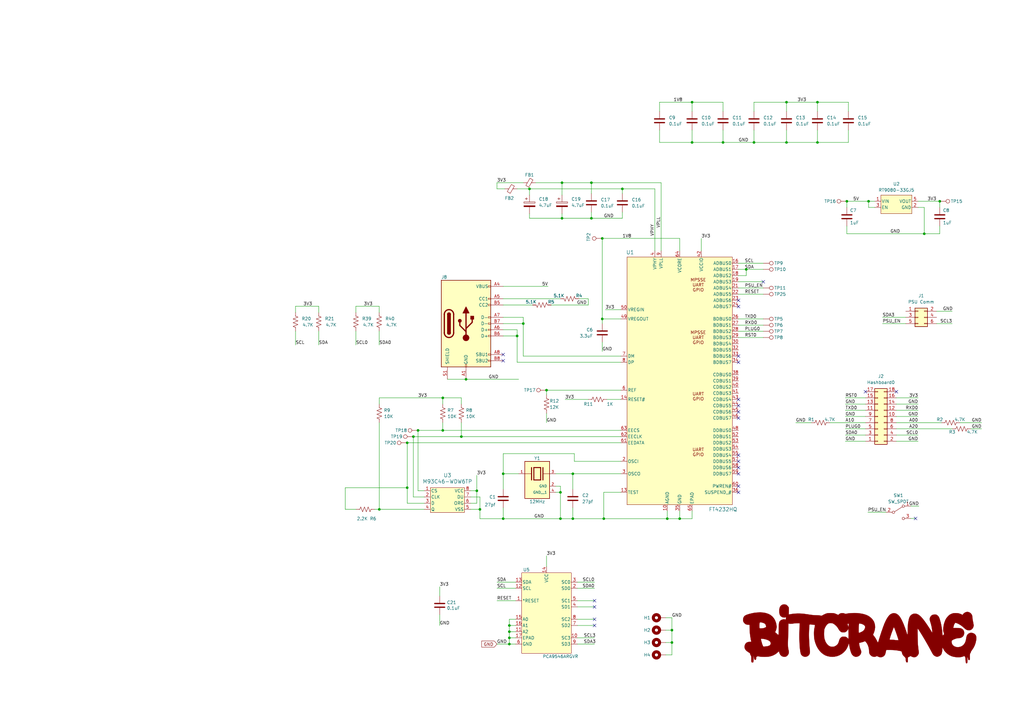
<source format=kicad_sch>
(kicad_sch (version 20230121) (generator eeschema)
  (paper "A3")
  (title_block (title "bitcrane") (date "2023-12-07") (rev "2"))
  (lib_symbols
    (symbol "Connector:TestPoint" (pin_numbers hide) (pin_names (offset 0.762) hide)
      (property "Reference" "TP" (at 0 6.858 0))
      (property "Value" "TestPoint" (at 0 5.08 0))
      (symbol "TestPoint_1_1"
        (pin passive line (at 0 0 90) (length 2.54) (name "1") (number "1"))
      )
    )
    (symbol "Connector:USB_C_Receptacle_USB2.0" (pin_names (offset 1.016))
      (property "Reference" "J" (at -10.16 19.05 0))
      (property "Value" "USB_C_Receptacle_USB2.0" (at 19.05 19.05 0))
      (symbol "USB_C_Receptacle_USB2.0_1_1"
        (pin passive line (at 0 -22.86 90) (length 5.08) (name "GND") (number "A1"))
        (pin passive line (at 0 -22.86 90) (length 5.08) hide (name "GND") (number "A12"))
        (pin passive line (at 15.24 15.24 180) (length 5.08) (name "VBUS") (number "A4"))
        (pin bidirectional line (at 15.24 10.16 180) (length 5.08) (name "CC1") (number "A5"))
        (pin bidirectional line (at 15.24 -2.54 180) (length 5.08) (name "D+") (number "A6"))
        (pin bidirectional line (at 15.24 2.54 180) (length 5.08) (name "D-") (number "A7"))
        (pin bidirectional line (at 15.24 -12.7 180) (length 5.08) (name "SBU1") (number "A8"))
        (pin passive line (at 15.24 15.24 180) (length 5.08) hide (name "VBUS") (number "A9"))
        (pin passive line (at 0 -22.86 90) (length 5.08) hide (name "GND") (number "B1"))
        (pin passive line (at 0 -22.86 90) (length 5.08) hide (name "GND") (number "B12"))
        (pin passive line (at 15.24 15.24 180) (length 5.08) hide (name "VBUS") (number "B4"))
        (pin bidirectional line (at 15.24 7.62 180) (length 5.08) (name "CC2") (number "B5"))
        (pin bidirectional line (at 15.24 -5.08 180) (length 5.08) (name "D+") (number "B6"))
        (pin bidirectional line (at 15.24 0 180) (length 5.08) (name "D-") (number "B7"))
        (pin bidirectional line (at 15.24 -15.24 180) (length 5.08) (name "SBU2") (number "B8"))
        (pin passive line (at 15.24 15.24 180) (length 5.08) hide (name "VBUS") (number "B9"))
        (pin passive line (at -7.62 -22.86 90) (length 5.08) (name "SHIELD") (number "S1"))
      )
    )
    (symbol "Connector_Generic:Conn_02x03_Odd_Even" (pin_names (offset 1.016) hide)
      (property "Reference" "J" (at 1.27 5.08 0))
      (property "Value" "Conn_02x03_Odd_Even" (at 1.27 -5.08 0))
      (symbol "Conn_02x03_Odd_Even_1_1"
        (pin passive line (at -5.08 2.54 0) (length 3.81) (name "Pin_1") (number "1"))
        (pin passive line (at 7.62 2.54 180) (length 3.81) (name "Pin_2") (number "2"))
        (pin passive line (at -5.08 0 0) (length 3.81) (name "Pin_3") (number "3"))
        (pin passive line (at 7.62 0 180) (length 3.81) (name "Pin_4") (number "4"))
        (pin passive line (at -5.08 -2.54 0) (length 3.81) (name "Pin_5") (number "5"))
        (pin passive line (at 7.62 -2.54 180) (length 3.81) (name "Pin_6") (number "6"))
      )
    )
    (symbol "Connector_Generic:Conn_02x09_Odd_Even" (pin_names (offset 1.016) hide)
      (property "Reference" "J" (at 1.27 12.7 0))
      (property "Value" "Conn_02x09_Odd_Even" (at 1.27 -12.7 0))
      (symbol "Conn_02x09_Odd_Even_1_1"
        (pin passive line (at -5.08 10.16 0) (length 3.81) (name "Pin_1") (number "1"))
        (pin passive line (at 7.62 0 180) (length 3.81) (name "Pin_10") (number "10"))
        (pin passive line (at -5.08 -2.54 0) (length 3.81) (name "Pin_11") (number "11"))
        (pin passive line (at 7.62 -2.54 180) (length 3.81) (name "Pin_12") (number "12"))
        (pin passive line (at -5.08 -5.08 0) (length 3.81) (name "Pin_13") (number "13"))
        (pin passive line (at 7.62 -5.08 180) (length 3.81) (name "Pin_14") (number "14"))
        (pin passive line (at -5.08 -7.62 0) (length 3.81) (name "Pin_15") (number "15"))
        (pin passive line (at 7.62 -7.62 180) (length 3.81) (name "Pin_16") (number "16"))
        (pin passive line (at -5.08 -10.16 0) (length 3.81) (name "Pin_17") (number "17"))
        (pin passive line (at 7.62 -10.16 180) (length 3.81) (name "Pin_18") (number "18"))
        (pin passive line (at 7.62 10.16 180) (length 3.81) (name "Pin_2") (number "2"))
        (pin passive line (at -5.08 7.62 0) (length 3.81) (name "Pin_3") (number "3"))
        (pin passive line (at 7.62 7.62 180) (length 3.81) (name "Pin_4") (number "4"))
        (pin passive line (at -5.08 5.08 0) (length 3.81) (name "Pin_5") (number "5"))
        (pin passive line (at 7.62 5.08 180) (length 3.81) (name "Pin_6") (number "6"))
        (pin passive line (at -5.08 2.54 0) (length 3.81) (name "Pin_7") (number "7"))
        (pin passive line (at 7.62 2.54 180) (length 3.81) (name "Pin_8") (number "8"))
        (pin passive line (at -5.08 0 0) (length 3.81) (name "Pin_9") (number "9"))
      )
    )
    (symbol "Device:C" (pin_numbers hide) (pin_names (offset 0.254))
      (property "Reference" "C" (at 0.635 2.54 0))
      (property "Value" "C" (at 0.635 -2.54 0))
      (symbol "C_1_1"
        (pin passive line (at 0 3.81 270) (length 2.794) (name "~") (number "1"))
        (pin passive line (at 0 -3.81 90) (length 2.794) (name "~") (number "2"))
      )
    )
    (symbol "Device:C_Polarized" (pin_numbers hide) (pin_names (offset 0.254))
      (property "Reference" "C" (at 0.635 2.54 0))
      (property "Value" "C_Polarized" (at 0.635 -2.54 0))
      (symbol "C_Polarized_1_1"
        (pin passive line (at 0 3.81 270) (length 2.794) (name "~") (number "1"))
        (pin passive line (at 0 -3.81 90) (length 2.794) (name "~") (number "2"))
      )
    )
    (symbol "Device:FerriteBead_Small" (pin_numbers hide) (pin_names (offset 0))
      (property "Reference" "FB" (at 1.905 1.27 0))
      (property "Value" "FerriteBead_Small" (at 1.905 -1.27 0))
      (symbol "FerriteBead_Small_1_1"
        (pin passive line (at 0 2.54 270) (length 1.27) (name "~") (number "1"))
        (pin passive line (at 0 -2.54 90) (length 1.27) (name "~") (number "2"))
      )
    )
    (symbol "Device:R_US" (pin_numbers hide) (pin_names (offset 0))
      (property "Reference" "R" (at 2.54 0 90))
      (property "Value" "R_US" (at -2.54 0 90))
      (symbol "R_US_1_1"
        (pin passive line (at 0 3.81 270) (length 1.27) (name "~") (number "1"))
        (pin passive line (at 0 -3.81 90) (length 1.27) (name "~") (number "2"))
      )
    )
    (symbol "Mechanical:MountingHole_Pad" (pin_numbers hide) (pin_names (offset 1.016) hide)
      (property "Reference" "H" (at 0 6.35 0))
      (property "Value" "MountingHole_Pad" (at 0 4.445 0))
      (symbol "MountingHole_Pad_1_1"
        (pin input line (at 0 -2.54 90) (length 2.54) (name "1") (number "1"))
      )
    )
    (symbol "Switch:SW_SPDT" (pin_names (offset 0) hide)
      (property "Reference" "SW" (at 0 4.318 0))
      (property "Value" "SW_SPDT" (at 0 -5.08 0))
      (symbol "SW_SPDT_1_1"
        (pin passive line (at 5.08 2.54 180) (length 2.54) (name "A") (number "1"))
        (pin passive line (at -5.08 0 0) (length 2.54) (name "B") (number "2"))
        (pin passive line (at 5.08 -2.54 180) (length 2.54) (name "C") (number "3"))
      )
    )
    (symbol "bitaxe:RT9080-33GJ5" (pin_names (offset 0.254))
      (property "Reference" "U" (at -6.35 5.08 0))
      (property "Value" "RT9080-33GJ5" (at 0 -5.08 0))
      (symbol "RT9080-33GJ5_1_1"
        (pin power_in line (at -8.89 1.27 0) (length 2.54) (name "VIN") (number "1"))
        (pin power_in line (at 8.89 -1.27 180) (length 2.54) (name "GND") (number "2"))
        (pin input line (at -8.89 -1.27 0) (length 2.54) (name "EN") (number "3"))
        (pin no_connect line (at 0 6.35 270) (length 2.54) hide (name "NC") (number "4"))
        (pin output line (at 8.89 1.27 180) (length 2.54) (name "VOUT") (number "5"))
      )
    )
    (symbol "bitcart:PCA9546ARGVR" (pin_names (offset 0.254))
      (property "Reference" "U" (at -11.43 19.05 0))
      (property "Value" "PCA9546ARGVR" (at 8.89 -17.78 0))
      (symbol "PCA9546ARGVR_0_1"
        (pin input line (at -15.24 6.35 0) (length 2.54) (name "*RESET") (number "1"))
        (pin unspecified line (at 10.16 -8.89 180) (length 2.54) (name "SC3") (number "10"))
        (pin input line (at -15.24 -6.35 0) (length 2.54) (name "A2") (number "11"))
        (pin unspecified line (at -15.24 11.43 0) (length 2.54) (name "SCL") (number "12"))
        (pin unspecified line (at -15.24 13.97 0) (length 2.54) (name "SDA") (number "13"))
        (pin power_in line (at -2.54 20.32 270) (length 2.54) (name "VCC") (number "14"))
        (pin input line (at -15.24 -1.27 0) (length 2.54) (name "A0") (number "15"))
        (pin input line (at -15.24 -3.81 0) (length 2.54) (name "A1") (number "16"))
        (pin unspecified line (at -15.24 -8.89 0) (length 2.54) (name "EPAD") (number "17"))
        (pin unspecified line (at 10.16 11.43 180) (length 2.54) (name "SD0") (number "2"))
        (pin unspecified line (at 10.16 13.97 180) (length 2.54) (name "SC0") (number "3"))
        (pin unspecified line (at 10.16 3.81 180) (length 2.54) (name "SD1") (number "4"))
        (pin unspecified line (at 10.16 6.35 180) (length 2.54) (name "SC1") (number "5"))
        (pin power_in line (at -15.24 -11.43 0) (length 2.54) (name "GND") (number "6"))
        (pin unspecified line (at 10.16 -3.81 180) (length 2.54) (name "SD2") (number "7"))
        (pin unspecified line (at 10.16 -1.27 180) (length 2.54) (name "SC2") (number "8"))
        (pin unspecified line (at 10.16 -11.43 180) (length 2.54) (name "SD3") (number "9"))
      )
    )
    (symbol "bitcrane:405C35B12M00000" (pin_names (offset 1.016))
      (property "Reference" "Y" (at -5.08 6.35 0))
      (property "Value" "405C35B12M00000" (at -5.1054 -12.7 0))
      (symbol "405C35B12M00000_0_0"
        (pin passive line (at -7.62 0 0) (length 2.54) (name "~") (number "1"))
        (pin power_in line (at 7.62 -5.08 180) (length 2.54) (name "GND") (number "2"))
        (pin passive line (at 7.62 0 180) (length 2.54) (name "~") (number "3"))
        (pin power_in line (at 7.62 -7.62 180) (length 2.54) (name "GND__1") (number "4"))
      )
    )
    (symbol "bitcrane:FT4232HQ-REEL" (pin_names (offset 0.254))
      (property "Reference" "U" (at 20.32 53.34 0))
      (property "Value" "FT4232HQ-REEL" (at 20.32 50.8 0))
      (symbol "FT4232HQ-REEL_0_1"
        (pin power_out line (at -5.08 -54.61 90) (length 2.54) (name "AGND") (number "10"))
        (pin input line (at -24.13 -46.99 0) (length 2.54) (name "TEST") (number "13"))
        (pin input line (at -24.13 -8.89 0) (length 2.54) (name "RESET#") (number "14"))
        (pin bidirectional line (at 24.13 46.99 180) (length 2.54) (name "ADBUS0") (number "16"))
        (pin bidirectional line (at 24.13 44.45 180) (length 2.54) (name "ADBUS1") (number "17"))
        (pin bidirectional line (at 24.13 41.91 180) (length 2.54) (name "ADBUS2") (number "18"))
        (pin bidirectional line (at 24.13 39.37 180) (length 2.54) (name "ADBUS3") (number "19"))
        (pin input line (at -24.13 -34.29 0) (length 2.54) (name "OSCI") (number "2"))
        (pin bidirectional line (at 24.13 36.83 180) (length 2.54) (name "ADBUS4") (number "21"))
        (pin bidirectional line (at 24.13 34.29 180) (length 2.54) (name "ADBUS5") (number "22"))
        (pin bidirectional line (at 24.13 31.75 180) (length 2.54) (name "ADBUS6") (number "23"))
        (pin bidirectional line (at 24.13 29.21 180) (length 2.54) (name "ADBUS7") (number "24"))
        (pin bidirectional line (at 24.13 24.13 180) (length 2.54) (name "BDBUS0") (number "26"))
        (pin bidirectional line (at 24.13 21.59 180) (length 2.54) (name "BDBUS1") (number "27"))
        (pin bidirectional line (at 24.13 19.05 180) (length 2.54) (name "BDBUS2") (number "28"))
        (pin bidirectional line (at 24.13 16.51 180) (length 2.54) (name "BDBUS3") (number "29"))
        (pin output line (at -24.13 -39.37 0) (length 2.54) (name "OSCO") (number "3"))
        (pin bidirectional line (at 24.13 13.97 180) (length 2.54) (name "BDBUS4") (number "30"))
        (pin bidirectional line (at 24.13 11.43 180) (length 2.54) (name "BDBUS5") (number "32"))
        (pin bidirectional line (at 24.13 8.89 180) (length 2.54) (name "BDBUS6") (number "33"))
        (pin bidirectional line (at 24.13 6.35 180) (length 2.54) (name "BDBUS7") (number "34"))
        (pin power_out line (at 0 -54.61 90) (length 2.54) (name "GND") (number "35"))
        (pin unspecified line (at 24.13 -46.99 180) (length 2.54) (name "SUSPEND_#") (number "36"))
        (pin bidirectional line (at 24.13 1.27 180) (length 2.54) (name "CDBUS0") (number "38"))
        (pin bidirectional line (at 24.13 -1.27 180) (length 2.54) (name "CDBUS1") (number "39"))
        (pin power_in line (at -10.16 52.07 270) (length 2.54) (name "VPHY") (number "4"))
        (pin bidirectional line (at 24.13 -3.81 180) (length 2.54) (name "CDBUS2") (number "40"))
        (pin bidirectional line (at 24.13 -6.35 180) (length 2.54) (name "CDBUS3") (number "41"))
        (pin power_in line (at 8.89 52.07 270) (length 2.54) (name "VCCIO") (number "42"))
        (pin bidirectional line (at 24.13 -8.89 180) (length 2.54) (name "CDBUS4") (number "43"))
        (pin bidirectional line (at 24.13 -11.43 180) (length 2.54) (name "CDBUS5") (number "44"))
        (pin bidirectional line (at 24.13 -13.97 180) (length 2.54) (name "CDBUS6") (number "45"))
        (pin bidirectional line (at 24.13 -16.51 180) (length 2.54) (name "CDBUS7") (number "46"))
        (pin bidirectional line (at 24.13 -21.59 180) (length 2.54) (name "DDBUS0") (number "48"))
        (pin output line (at -24.13 24.13 0) (length 2.54) (name "VREGOUT") (number "49"))
        (pin power_in line (at -24.13 27.94 0) (length 2.54) (name "VREGIN") (number "50"))
        (pin bidirectional line (at 24.13 -24.13 180) (length 2.54) (name "DDBUS1") (number "52"))
        (pin bidirectional line (at 24.13 -26.67 180) (length 2.54) (name "DDBUS2") (number "53"))
        (pin bidirectional line (at 24.13 -29.21 180) (length 2.54) (name "DDBUS3") (number "54"))
        (pin bidirectional line (at 24.13 -31.75 180) (length 2.54) (name "DDBUS4") (number "55"))
        (pin bidirectional line (at 24.13 -34.29 180) (length 2.54) (name "DDBUS5") (number "57"))
        (pin bidirectional line (at 24.13 -36.83 180) (length 2.54) (name "DDBUS6") (number "58"))
        (pin bidirectional line (at 24.13 -39.37 180) (length 2.54) (name "DDBUS7") (number "59"))
        (pin input line (at -24.13 -5.08 0) (length 2.54) (name "REF") (number "6"))
        (pin output line (at 24.13 -44.45 180) (length 2.54) (name "PWREN#") (number "60"))
        (pin bidirectional line (at -24.13 -26.67 0) (length 2.54) (name "EEDATA") (number "61"))
        (pin output line (at -24.13 -24.13 0) (length 2.54) (name "EECLK") (number "62"))
        (pin bidirectional line (at -24.13 -21.59 0) (length 2.54) (name "EECS") (number "63"))
        (pin power_in line (at 0 52.07 270) (length 2.54) (name "VCORE") (number "64"))
        (pin power_out line (at 5.08 -54.61 90) (length 2.54) (name "EPAD") (number "65"))
        (pin bidirectional line (at -24.13 8.89 0) (length 2.54) (name "DM") (number "7"))
        (pin bidirectional line (at -24.13 6.35 0) (length 2.54) (name "DP") (number "8"))
        (pin power_in line (at -7.62 52.07 270) (length 2.54) (name "VPLL") (number "9"))
      )
      (symbol "FT4232HQ-REEL_1_1"
        (text "MPSSE\nUART\nGPIO" (at 7.62 16.51 0) (effects (font (size 1.27 1.27))))
        (text "MPSSE\nUART\nGPIO" (at 7.62 38.1 0) (effects (font (size 1.27 1.27))))
        (text "UART\nGPIO" (at 7.62 -30.48 0) (effects (font (size 1.27 1.27))))
        (text "UART\nGPIO" (at 7.62 -7.62 0) (effects (font (size 1.27 1.27))))
        (pin power_out line (at 0 -54.61 90) (length 2.54) hide (name "GND") (number "1"))
        (pin power_out line (at 0 -54.61 90) (length 2.54) hide (name "GND") (number "11"))
        (pin power_in line (at 0 52.07 270) (length 2.54) hide (name "VCORE") (number "12"))
        (pin power_out line (at 0 -54.61 90) (length 2.54) hide (name "GND") (number "15"))
        (pin power_in line (at 8.89 52.07 270) (length 2.54) hide (name "VCCIO") (number "20"))
        (pin power_out line (at 0 -54.61 90) (length 2.54) hide (name "GND") (number "25"))
        (pin power_in line (at 8.89 52.07 270) (length 2.54) hide (name "VCCIO") (number "31"))
        (pin power_in line (at 0 52.07 270) (length 2.54) hide (name "VCORE") (number "37"))
        (pin power_out line (at 0 -54.61 90) (length 2.54) hide (name "GND") (number "47"))
        (pin power_out line (at 0 -54.61 90) (length 2.54) hide (name "GND") (number "5"))
        (pin power_out line (at 0 -54.61 90) (length 2.54) hide (name "GND") (number "51"))
        (pin power_in line (at 8.89 52.07 270) (length 2.54) hide (name "VCCIO") (number "56"))
      )
    )
    (symbol "bitcrane:LOGO" (pin_names (offset 1.016)))
    (symbol "bitcrane:M93C46-WDW6TP" (pin_names (offset 0.254))
      (property "Reference" "CR" (at 20.32 10.16 0))
      (property "Value" "M93C46-WDW6TP" (at 20.32 7.62 0))
      (symbol "M93C46-WDW6TP_1_1"
        (pin input line (at 5.08 0 0) (length 2.54) (name "CS") (number "1"))
        (pin input line (at 5.08 -2.54 0) (length 2.54) (name "CLK") (number "2"))
        (pin input line (at 5.08 -5.08 0) (length 2.54) (name "D") (number "3"))
        (pin output line (at 5.08 -7.62 0) (length 2.54) (name "Q") (number "4"))
        (pin power_in line (at 24.13 -7.62 180) (length 2.54) (name "VSS") (number "5"))
        (pin input line (at 24.13 -5.08 180) (length 2.54) (name "ORG") (number "6"))
        (pin unspecified line (at 24.13 -2.54 180) (length 2.54) (name "DU") (number "7"))
        (pin power_in line (at 24.13 0 180) (length 2.54) (name "VCC") (number "8"))
      )
    )
  )
  (junction (at 385.445 82.55))
  (junction (at 169.545 179.07))
  (junction (at 273.685 212.725))
  (junction (at 379.095 95.885))
  (junction (at 278.765 212.725))
  (junction (at 283.845 58.42))
  (junction (at 208.915 261.62))
  (junction (at 224.155 160.02))
  (junction (at 206.375 194.31))
  (junction (at 230.505 89.535))
  (junction (at 242.57 89.535))
  (junction (at 208.915 259.08))
  (junction (at 322.58 41.91))
  (junction (at 155.575 208.915))
  (junction (at 247.65 212.725))
  (junction (at 230.505 74.93))
  (junction (at 217.17 77.47))
  (junction (at 234.95 212.725))
  (junction (at 229.87 201.93))
  (junction (at 335.28 41.91))
  (junction (at 214.63 132.715))
  (junction (at 167.005 200.025))
  (junction (at 309.245 58.42))
  (junction (at 335.28 58.42))
  (junction (at 234.95 194.31))
  (junction (at 247.015 97.79))
  (junction (at 306.07 110.49))
  (junction (at 208.915 264.16))
  (junction (at 191.135 155.575))
  (junction (at 296.545 58.42))
  (junction (at 195.58 201.295))
  (junction (at 167.005 181.61))
  (junction (at 242.57 74.93))
  (junction (at 181.61 176.53))
  (junction (at 283.845 41.91))
  (junction (at 229.87 212.725))
  (junction (at 275.59 258.445))
  (junction (at 189.23 179.07))
  (junction (at 322.58 58.42))
  (junction (at 347.345 82.55))
  (junction (at 206.375 212.725))
  (junction (at 181.61 163.195))
  (junction (at 255.27 77.47))
  (junction (at 275.59 263.525))
  (junction (at 356.235 82.55))
  (junction (at 208.915 256.54))
  (junction (at 247.015 130.81))
  (junction (at 212.09 137.795))
  (junction (at 171.45 176.53))
  (junction (at 196.85 208.915))
  (no_connect (at 302.895 186.69))
  (no_connect (at 243.84 248.92))
  (no_connect (at 367.665 160.655))
  (no_connect (at 302.895 189.23))
  (no_connect (at 206.375 145.415))
  (no_connect (at 354.965 160.655))
  (no_connect (at 302.895 163.83))
  (no_connect (at 302.895 146.05))
  (no_connect (at 302.895 123.19))
  (no_connect (at 206.375 147.955))
  (no_connect (at 302.895 199.39))
  (no_connect (at 302.895 148.59))
  (no_connect (at 302.895 171.45))
  (no_connect (at 302.895 168.91))
  (no_connect (at 302.895 194.31))
  (no_connect (at 243.84 254))
  (no_connect (at 243.84 256.54))
  (no_connect (at 302.895 201.93))
  (no_connect (at 375.5136 212.6488))
  (no_connect (at 302.895 191.77))
  (no_connect (at 243.84 246.38))
  (no_connect (at 313.055 115.57))
  (no_connect (at 302.895 166.37))
  (no_connect (at 302.895 125.73))
  (wire (pts (xy 306.07 113.03) (xy 306.07 110.49)))
  (wire (pts (xy 385.445 82.55) (xy 385.445 85.09)))
  (wire (pts (xy 254.635 130.81) (xy 247.015 130.81)))
  (wire (pts (xy 255.27 77.47) (xy 255.27 79.375)))
  (wire (pts (xy 181.61 173.355) (xy 181.61 176.53)))
  (wire (pts (xy 242.57 74.93) (xy 242.57 79.375)))
  (wire (pts (xy 181.61 163.195) (xy 181.61 165.735)))
  (wire (pts (xy 155.575 163.195) (xy 155.575 165.735)))
  (wire (pts (xy 195.58 194.945) (xy 195.58 201.295)))
  (wire (pts (xy 203.835 77.47) (xy 207.01 77.47)))
  (wire (pts (xy 347.345 82.55) (xy 347.345 85.09)))
  (wire (pts (xy 247.65 212.725) (xy 234.95 212.725)))
  (wire (pts (xy 247.015 97.79) (xy 247.015 130.81)))
  (wire (pts (xy 361.95 130.175) (xy 371.475 130.175)))
  (wire (pts (xy 212.09 137.795) (xy 212.09 135.255)))
  (wire (pts (xy 206.375 117.475) (xy 224.79 117.475)))
  (wire (pts (xy 226.06 125.095) (xy 241.3 125.095)))
  (wire (pts (xy 189.23 173.355) (xy 189.23 179.07)))
  (wire (pts (xy 275.59 268.605) (xy 275.59 263.525)))
  (wire (pts (xy 196.85 208.915) (xy 196.85 212.725)))
  (wire (pts (xy 212.09 77.47) (xy 217.17 77.47)))
  (wire (pts (xy 309.245 41.91) (xy 322.58 41.91)))
  (wire (pts (xy 255.27 86.995) (xy 255.27 89.535)))
  (wire (pts (xy 212.09 137.795) (xy 206.375 137.795)))
  (wire (pts (xy 367.665 173.355) (xy 386.08 173.355)))
  (wire (pts (xy 347.345 82.55) (xy 356.235 82.55)))
  (wire (pts (xy 393.7 173.355) (xy 402.59 173.355)))
  (wire (pts (xy 367.665 170.815) (xy 376.555 170.815)))
  (wire (pts (xy 217.17 87.63) (xy 217.17 89.535)))
  (wire (pts (xy 385.445 95.885) (xy 379.095 95.885)))
  (wire (pts (xy 302.895 138.43) (xy 313.055 138.43)))
  (wire (pts (xy 255.27 77.47) (xy 268.605 77.47)))
  (wire (pts (xy 254.635 201.93) (xy 247.65 201.93)))
  (wire (pts (xy 322.58 53.34) (xy 322.58 58.42)))
  (wire (pts (xy 189.23 163.195) (xy 181.61 163.195)))
  (wire (pts (xy 155.4988 135.7884) (xy 155.4988 141.5034)))
  (wire (pts (xy 153.67 208.915) (xy 155.575 208.915)))
  (wire (pts (xy 302.895 107.95) (xy 313.055 107.95)))
  (wire (pts (xy 121.2088 125.6284) (xy 130.7338 125.6284)))
  (wire (pts (xy 309.245 58.42) (xy 296.545 58.42)))
  (wire (pts (xy 302.895 113.03) (xy 306.07 113.03)))
  (wire (pts (xy 306.07 110.49) (xy 313.055 110.49)))
  (wire (pts (xy 208.915 254) (xy 208.915 256.54)))
  (wire (pts (xy 283.845 58.42) (xy 270.51 58.42)))
  (wire (pts (xy 275.59 263.525) (xy 275.59 258.445)))
  (wire (pts (xy 145.9738 135.7884) (xy 145.9738 141.5034)))
  (wire (pts (xy 224.155 227.965) (xy 224.155 232.41)))
  (wire (pts (xy 379.095 95.885) (xy 347.345 95.885)))
  (wire (pts (xy 169.545 179.07) (xy 169.545 203.835)))
  (wire (pts (xy 208.915 261.62) (xy 208.915 264.16)))
  (wire (pts (xy 322.58 41.91) (xy 335.28 41.91)))
  (wire (pts (xy 130.7338 135.7884) (xy 130.7338 141.5034)))
  (wire (pts (xy 322.58 41.91) (xy 322.58 45.72)))
  (wire (pts (xy 236.855 261.62) (xy 243.84 261.62)))
  (wire (pts (xy 180.34 252.095) (xy 180.34 256.54)))
  (wire (pts (xy 231.775 163.83) (xy 241.3 163.83)))
  (wire (pts (xy 356.235 85.09) (xy 356.235 82.55)))
  (wire (pts (xy 236.855 241.3) (xy 243.84 241.3)))
  (wire (pts (xy 247.015 140.335) (xy 247.015 144.145)))
  (wire (pts (xy 346.71 163.195) (xy 354.965 163.195)))
  (wire (pts (xy 346.71 170.815) (xy 354.965 170.815)))
  (wire (pts (xy 219.71 74.93) (xy 230.505 74.93)))
  (wire (pts (xy 367.665 163.195) (xy 376.555 163.195)))
  (wire (pts (xy 278.765 97.79) (xy 247.015 97.79)))
  (wire (pts (xy 196.85 212.725) (xy 206.375 212.725)))
  (wire (pts (xy 296.545 58.42) (xy 283.845 58.42)))
  (wire (pts (xy 236.855 238.76) (xy 243.84 238.76)))
  (wire (pts (xy 214.63 132.715) (xy 206.375 132.715)))
  (wire (pts (xy 347.345 95.885) (xy 347.345 92.71)))
  (wire (pts (xy 384.175 132.715) (xy 390.525 132.715)))
  (wire (pts (xy 146.05 208.915) (xy 141.605 208.915)))
  (wire (pts (xy 208.915 256.54) (xy 211.455 256.54)))
  (wire (pts (xy 230.505 74.93) (xy 230.505 80.01)))
  (wire (pts (xy 255.27 89.535) (xy 242.57 89.535)))
  (wire (pts (xy 296.545 45.72) (xy 296.545 41.91)))
  (wire (pts (xy 206.375 130.175) (xy 214.63 130.175)))
  (wire (pts (xy 206.375 186.055) (xy 206.375 194.31)))
  (wire (pts (xy 309.245 53.34) (xy 309.245 58.42)))
  (wire (pts (xy 346.71 180.975) (xy 354.965 180.975)))
  (wire (pts (xy 361.95 132.715) (xy 371.475 132.715)))
  (wire (pts (xy 196.85 203.835) (xy 196.85 208.915)))
  (wire (pts (xy 224.155 160.02) (xy 224.155 161.925)))
  (wire (pts (xy 208.915 259.08) (xy 211.455 259.08)))
  (wire (pts (xy 206.375 194.31) (xy 212.725 194.31)))
  (wire (pts (xy 121.2088 135.7884) (xy 121.2088 141.5034)))
  (wire (pts (xy 346.71 178.435) (xy 354.965 178.435)))
  (wire (pts (xy 355.9556 210.1088) (xy 363.3978 210.1088)))
  (wire (pts (xy 346.71 165.735) (xy 354.965 165.735)))
  (wire (pts (xy 379.095 85.09) (xy 379.095 95.885)))
  (wire (pts (xy 384.175 127.635) (xy 390.525 127.635)))
  (wire (pts (xy 254.635 160.02) (xy 224.155 160.02)))
  (wire (pts (xy 203.835 238.76) (xy 211.455 238.76)))
  (wire (pts (xy 254.635 179.07) (xy 189.23 179.07)))
  (wire (pts (xy 268.605 77.47) (xy 268.605 102.87)))
  (wire (pts (xy 302.895 110.49) (xy 306.07 110.49)))
  (wire (pts (xy 254.635 189.23) (xy 235.585 189.23)))
  (wire (pts (xy 254.635 176.53) (xy 181.61 176.53)))
  (wire (pts (xy 273.05 258.445) (xy 275.59 258.445)))
  (wire (pts (xy 167.005 181.61) (xy 167.005 200.025)))
  (wire (pts (xy 206.375 208.28) (xy 206.375 212.725)))
  (wire (pts (xy 322.58 58.42) (xy 309.245 58.42)))
  (wire (pts (xy 376.555 85.09) (xy 379.095 85.09)))
  (wire (pts (xy 227.965 201.93) (xy 229.87 201.93)))
  (wire (pts (xy 214.63 132.715) (xy 214.63 146.05)))
  (wire (pts (xy 121.2088 128.1684) (xy 121.2088 125.6284)))
  (wire (pts (xy 229.87 199.39) (xy 229.87 201.93)))
  (wire (pts (xy 283.845 209.55) (xy 283.845 212.725)))
  (wire (pts (xy 248.92 163.83) (xy 254.635 163.83)))
  (wire (pts (xy 273.05 263.525) (xy 275.59 263.525)))
  (wire (pts (xy 346.71 168.275) (xy 354.965 168.275)))
  (wire (pts (xy 273.05 268.605) (xy 275.59 268.605)))
  (wire (pts (xy 212.725 155.575) (xy 191.135 155.575)))
  (wire (pts (xy 130.7338 125.6284) (xy 130.7338 128.1684)))
  (wire (pts (xy 229.87 122.555) (xy 206.375 122.555)))
  (wire (pts (xy 227.965 194.31) (xy 234.95 194.31)))
  (wire (pts (xy 155.4988 125.6284) (xy 155.4988 128.1684)))
  (wire (pts (xy 229.87 201.93) (xy 229.87 212.725)))
  (wire (pts (xy 302.895 115.57) (xy 313.055 115.57)))
  (wire (pts (xy 275.59 253.365) (xy 273.05 253.365)))
  (wire (pts (xy 309.245 45.72) (xy 309.245 41.91)))
  (wire (pts (xy 340.36 173.355) (xy 354.965 173.355)))
  (wire (pts (xy 302.895 130.81) (xy 313.055 130.81)))
  (wire (pts (xy 247.015 130.81) (xy 247.015 132.715)))
  (wire (pts (xy 141.605 200.025) (xy 167.005 200.025)))
  (wire (pts (xy 326.39 173.355) (xy 332.74 173.355)))
  (wire (pts (xy 296.545 41.91) (xy 283.845 41.91)))
  (wire (pts (xy 254.635 146.05) (xy 214.63 146.05)))
  (wire (pts (xy 278.765 102.87) (xy 278.765 97.79)))
  (wire (pts (xy 241.3 122.555) (xy 237.49 122.555)))
  (wire (pts (xy 169.545 203.835) (xy 173.99 203.835)))
  (wire (pts (xy 230.505 74.93) (xy 242.57 74.93)))
  (wire (pts (xy 283.845 53.34) (xy 283.845 58.42)))
  (wire (pts (xy 236.855 248.92) (xy 243.84 248.92)))
  (wire (pts (xy 180.34 240.665) (xy 180.34 244.475)))
  (wire (pts (xy 270.51 41.91) (xy 270.51 45.72)))
  (wire (pts (xy 224.155 169.545) (xy 224.155 173.355)))
  (wire (pts (xy 335.28 53.34) (xy 335.28 58.42)))
  (wire (pts (xy 214.63 130.175) (xy 214.63 132.715)))
  (wire (pts (xy 203.835 241.3) (xy 211.455 241.3)))
  (wire (pts (xy 203.835 74.93) (xy 203.835 77.47)))
  (wire (pts (xy 189.23 165.735) (xy 189.23 163.195)))
  (wire (pts (xy 217.17 77.47) (xy 255.27 77.47)))
  (wire (pts (xy 254.635 148.59) (xy 212.09 148.59)))
  (wire (pts (xy 356.235 82.55) (xy 358.775 82.55)))
  (wire (pts (xy 193.04 206.375) (xy 195.58 206.375)))
  (wire (pts (xy 236.855 246.38) (xy 243.84 246.38)))
  (wire (pts (xy 278.765 212.725) (xy 273.685 212.725)))
  (wire (pts (xy 236.855 264.16) (xy 243.84 264.16)))
  (wire (pts (xy 191.135 155.575) (xy 183.515 155.575)))
  (wire (pts (xy 208.915 259.08) (xy 208.915 261.62)))
  (wire (pts (xy 193.04 201.295) (xy 195.58 201.295)))
  (wire (pts (xy 211.455 254) (xy 208.915 254)))
  (wire (pts (xy 347.98 53.34) (xy 347.98 58.42)))
  (wire (pts (xy 189.23 179.07) (xy 169.545 179.07)))
  (wire (pts (xy 141.605 208.915) (xy 141.605 200.025)))
  (wire (pts (xy 247.65 201.93) (xy 247.65 212.725)))
  (wire (pts (xy 206.375 212.725) (xy 229.87 212.725)))
  (wire (pts (xy 283.845 41.91) (xy 283.845 45.72)))
  (wire (pts (xy 235.585 189.23) (xy 235.585 186.055)))
  (wire (pts (xy 367.665 168.275) (xy 376.555 168.275)))
  (wire (pts (xy 273.685 212.725) (xy 247.65 212.725)))
  (wire (pts (xy 155.575 173.355) (xy 155.575 208.915)))
  (wire (pts (xy 181.61 176.53) (xy 171.45 176.53)))
  (wire (pts (xy 254.635 181.61) (xy 167.005 181.61)))
  (wire (pts (xy 214.63 74.93) (xy 203.835 74.93)))
  (wire (pts (xy 373.5578 207.5688) (xy 376.8852 207.5688)))
  (wire (pts (xy 234.95 194.31) (xy 254.635 194.31)))
  (wire (pts (xy 287.655 97.79) (xy 287.655 102.87)))
  (wire (pts (xy 302.895 118.11) (xy 313.055 118.11)))
  (wire (pts (xy 335.28 58.42) (xy 322.58 58.42)))
  (wire (pts (xy 155.575 208.915) (xy 173.99 208.915)))
  (wire (pts (xy 211.455 261.62) (xy 208.915 261.62)))
  (wire (pts (xy 398.145 175.895) (xy 402.59 175.895)))
  (wire (pts (xy 302.895 135.89) (xy 313.055 135.89)))
  (wire (pts (xy 335.28 41.91) (xy 347.98 41.91)))
  (wire (pts (xy 347.98 58.42) (xy 335.28 58.42)))
  (wire (pts (xy 167.005 206.375) (xy 173.99 206.375)))
  (wire (pts (xy 367.665 178.435) (xy 376.555 178.435)))
  (wire (pts (xy 283.845 41.91) (xy 270.51 41.91)))
  (wire (pts (xy 208.915 264.16) (xy 211.455 264.16)))
  (wire (pts (xy 236.855 254) (xy 243.84 254)))
  (wire (pts (xy 248.285 127) (xy 254.635 127)))
  (wire (pts (xy 358.775 85.09) (xy 356.235 85.09)))
  (wire (pts (xy 206.375 194.31) (xy 206.375 200.66)))
  (wire (pts (xy 236.855 256.54) (xy 243.84 256.54)))
  (wire (pts (xy 171.45 201.295) (xy 173.99 201.295)))
  (wire (pts (xy 273.685 209.55) (xy 273.685 212.725)))
  (wire (pts (xy 385.445 92.71) (xy 385.445 95.885)))
  (wire (pts (xy 235.585 186.055) (xy 206.375 186.055)))
  (wire (pts (xy 217.17 89.535) (xy 230.505 89.535)))
  (wire (pts (xy 229.87 212.725) (xy 234.95 212.725)))
  (wire (pts (xy 373.5578 212.6488) (xy 375.5136 212.6488)))
  (wire (pts (xy 302.895 133.35) (xy 313.055 133.35)))
  (wire (pts (xy 278.765 209.55) (xy 278.765 212.725)))
  (wire (pts (xy 234.95 212.725) (xy 234.95 208.28)))
  (wire (pts (xy 241.3 125.095) (xy 241.3 122.555)))
  (wire (pts (xy 167.005 200.025) (xy 167.005 206.375)))
  (wire (pts (xy 271.145 74.93) (xy 271.145 102.87)))
  (wire (pts (xy 234.95 194.31) (xy 234.95 200.66)))
  (wire (pts (xy 171.45 176.53) (xy 171.45 201.295)))
  (wire (pts (xy 367.665 165.735) (xy 376.555 165.735)))
  (wire (pts (xy 181.61 163.195) (xy 155.575 163.195)))
  (wire (pts (xy 283.845 212.725) (xy 278.765 212.725)))
  (wire (pts (xy 145.9738 128.1684) (xy 145.9738 125.6284)))
  (wire (pts (xy 376.555 82.55) (xy 385.445 82.55)))
  (wire (pts (xy 242.57 89.535) (xy 242.57 86.995)))
  (wire (pts (xy 145.9738 125.6284) (xy 155.4988 125.6284)))
  (wire (pts (xy 346.71 175.895) (xy 354.965 175.895)))
  (wire (pts (xy 212.09 135.255) (xy 206.375 135.255)))
  (wire (pts (xy 195.58 201.295) (xy 195.58 206.375)))
  (wire (pts (xy 335.28 41.91) (xy 335.28 45.72)))
  (wire (pts (xy 275.59 258.445) (xy 275.59 253.365)))
  (wire (pts (xy 217.17 77.47) (xy 217.17 80.01)))
  (wire (pts (xy 367.665 180.975) (xy 376.555 180.975)))
  (wire (pts (xy 208.915 256.54) (xy 208.915 259.08)))
  (wire (pts (xy 203.835 246.38) (xy 211.455 246.38)))
  (wire (pts (xy 242.57 74.93) (xy 271.145 74.93)))
  (wire (pts (xy 302.895 120.65) (xy 313.055 120.65)))
  (wire (pts (xy 296.545 53.34) (xy 296.545 58.42)))
  (wire (pts (xy 193.04 203.835) (xy 196.85 203.835)))
  (wire (pts (xy 227.965 199.39) (xy 229.87 199.39)))
  (wire (pts (xy 193.04 208.915) (xy 196.85 208.915)))
  (wire (pts (xy 230.505 89.535) (xy 242.57 89.535)))
  (wire (pts (xy 212.09 137.795) (xy 212.09 148.59)))
  (wire (pts (xy 347.98 41.91) (xy 347.98 45.72)))
  (wire (pts (xy 218.44 125.095) (xy 206.375 125.095)))
  (wire (pts (xy 367.665 175.895) (xy 390.525 175.895)))
  (wire (pts (xy 270.51 58.42) (xy 270.51 53.34)))
  (wire (pts (xy 203.835 264.16) (xy 208.915 264.16)))
  (wire (pts (xy 230.505 87.63) (xy 230.505 89.535)))
  (label "3V3" (at 231.775 163.83 0))
  (label "SDA" (at 130.7338 141.5034 0))
  (label "3V3" (at 180.34 240.665 0))
  (label "3V3" (at 380.365 82.55 0))
  (label "GND" (at 180.34 256.54 0))
  (label "SCL" (at 121.2088 141.5034 0))
  (label "SDA0" (at 346.71 178.435 0))
  (label "RESET" (at 203.835 246.38 0))
  (label "1V8" (at 276.225 41.91 0))
  (label "SDA0" (at 155.4988 141.5034 0))
  (label "GND" (at 376.555 180.975 180))
  (label "1V8" (at 255.27 97.79 0))
  (label "3V3" (at 248.285 127 0))
  (label "GND" (at 376.8852 207.5688 180))
  (label "SDA" (at 305.435 110.49 0))
  (label "3V3" (at 376.555 163.195 180))
  (label "3V3" (at 124.3838 125.6284 0))
  (label "GND" (at 376.555 170.815 180))
  (label "SCL" (at 203.835 241.3 0))
  (label "SCL3" (at 239.395 261.62 0))
  (label "SDA3" (at 361.95 130.175 0))
  (label "PSU_EN" (at 355.9556 210.1088 0))
  (label "GND" (at 346.71 170.815 0))
  (label "GND" (at 224.155 173.355 0))
  (label "RST0" (at 346.71 163.195 0))
  (label "GND" (at 346.71 165.735 0))
  (label "3V3" (at 195.58 194.945 0))
  (label "SCL" (at 305.435 107.95 0))
  (label "3V3" (at 149.1488 125.6284 0))
  (label "RXD0" (at 376.555 168.275 180))
  (label "RESET" (at 305.435 120.65 0))
  (label "GND" (at 402.59 173.355 180))
  (label "SDA" (at 203.835 238.76 0))
  (label "GND" (at 386.715 127.635 0))
  (label "GND" (at 240.665 125.095 180))
  (label "PLUG0" (at 346.71 175.895 0))
  (label "5V" (at 349.885 82.55 0))
  (label "GND" (at 275.59 253.365 0))
  (label "SDA0" (at 243.84 241.3 180))
  (label "RST0" (at 305.435 138.43 0))
  (label "SCL0" (at 243.84 238.76 180))
  (label "A10" (at 346.71 173.355 0))
  (label "SCL3" (at 390.525 132.715 180))
  (label "TXD0" (at 305.435 130.81 0))
  (label "GND" (at 402.59 175.895 180))
  (label "SDA3" (at 239.395 264.16 0))
  (label "A00" (at 376.555 173.355 180))
  (label "GND" (at 376.555 165.735 180))
  (label "SCL0" (at 376.555 178.435 180))
  (label "3V3" (at 327.025 41.91 0))
  (label "SCL0" (at 145.9738 141.5034 0))
  (label "GND" (at 302.895 58.42 0))
  (label "3V3" (at 287.655 97.79 0))
  (label "3V3" (at 203.835 74.93 0))
  (label "VPLL" (at 271.145 93.4466 90))
  (label "GND" (at 346.71 180.975 0))
  (label "GND" (at 219.075 212.725 0))
  (label "GND" (at 247.015 144.145 0))
  (label "A20" (at 376.555 175.895 180))
  (label "RXD0" (at 305.435 133.35 0))
  (label "3V3" (at 171.45 163.195 0))
  (label "PSU_EN" (at 305.435 118.11 0))
  (label "GND" (at 326.39 173.355 0))
  (label "GND" (at 204.47 155.575 180))
  (label "PSU_EN" (at 361.95 132.715 0))
  (label "PLUG0" (at 305.435 135.89 0))
  (label "VPHY" (at 268.605 96.8248 90))
  (label "5V" (at 224.79 117.475 180))
  (label "GND" (at 247.65 89.535 0))
  (label "TXD0" (at 346.71 168.275 0))
  (label "3V3" (at 224.155 227.965 0))
  (label "GND" (at 365.125 95.885 0))
  (label "GND" (at 203.835 264.16 0))
  (global_label "GND" (shape input) (at 203.835 264.16 180) (property "Intersheetrefs" "${INTERSHEET_REFS}" (effects hide)))
  (symbol (lib_id "Device:C") (at 296.545 49.53 0) (unit 1)
    (property "Reference" "C11" (at 300.355 48.26 0) (effects (justify left)))
    (property "Value" "0.1uF" (at 300.355 50.8 0) (effects (justify left)))
    (property "Footprint" "Capacitor_SMD:C_0805_2012Metric" (effects hide))
    (property "DK" "1276-6840-1-ND" (effects hide))
    (property "PARTNO" "CL21B104KCFNNNE" (effects hide))
  )
  (symbol (lib_id "Device:R_US") (at 130.7338 131.9784 180) (unit 1)
    (property "Reference" "R21" (at 135.1788 130.7084 0))
    (property "Value" "4.7K" (at 135.8138 133.2484 0))
    (property "Footprint" "Resistor_SMD:R_0805_2012Metric" (effects hide))
    (property "DK" "311-4.70KCRCT-ND" (effects hide))
    (property "PARTNO" "RC0805FR-074K7L" (effects hide))
  )
  (symbol (lib_id "bitcrane:M93C46-WDW6TP") (at 168.91 201.295 0) (unit 1)
    (property "Reference" "U3" (at 183.515 194.945 0) (effects (font (size 1.524 1.524))))
    (property "Value" "M93C46-WDW6TP" (at 183.515 197.485 0) (effects (font (size 1.524 1.524))))
    (property "Footprint" "DOWNLOADED:TSSOP8_STM" (effects hide))
    (property "Datasheet" "https://www.st.com/resource/en/datasheet/m93c46-w.pdf" (effects hide))
    (property "PARTNO" "M93C46-WDW6TP" (effects hide))
    (property "DK" "497-8655-1-ND" (effects hide))
  )
  (symbol (lib_id "Device:R_US") (at 336.55 173.355 90) (unit 1)
    (property "Reference" "R1" (at 332.74 172.085 90))
    (property "Value" "4.7K" (at 340.36 172.085 90))
    (property "Footprint" "Resistor_SMD:R_0805_2012Metric" (effects hide))
    (property "DK" "311-4.70KCRCT-ND" (effects hide))
    (property "PARTNO" "RC0805FR-074K7L" (effects hide))
  )
  (symbol (lib_id "Connector_Generic:Conn_02x09_Odd_Even") (at 360.045 170.815 0) (mirror x) (unit 1)
    (property "Reference" "J2" (at 361.315 154.305 0))
    (property "Value" "Hashboard0" (at 361.315 156.845 0))
    (property "Footprint" "DOWNLOADED:CONN-SMD_X2026WRS-2X09D-LPSW" (effects hide))
    (property "LCSC" "C437089" (effects hide))
    (property "PARTNO" "X2026WV-2x09D-46SN" (effects hide))
  )
  (symbol (lib_id "Connector_Generic:Conn_02x03_Odd_Even") (at 376.555 130.175 0) (unit 1)
    (property "Reference" "J1" (at 377.825 121.285 0))
    (property "Value" "PSU Comm" (at 377.825 123.825 0))
    (property "Footprint" "DOWNLOADED:CONN-TH_6P-P2.00_PHD-2X3A" (effects hide))
    (property "DK" "S9470-ND" (effects hide))
    (property "PARTNO" "SWR204-NRTN-D03-ST-GA" (effects hide))
  )
  (symbol (lib_id "Device:C_Polarized") (at 217.17 83.82 0) (unit 1)
    (property "Reference" "C18" (at 220.98 81.661 0) (effects (justify left)))
    (property "Value" "4.7uF" (at 220.98 84.201 0) (effects (justify left)))
    (property "Footprint" "Capacitor_SMD:CP_Elec_4x5.4" (effects hide))
    (property "DK" "732-8449-1-ND" (effects hide))
    (property "PARTNO" "865080640004" (effects hide))
  )
  (symbol (lib_id "Device:R_US") (at 245.11 163.83 90) (unit 1)
    (property "Reference" "R11" (at 241.3 165.735 90))
    (property "Value" "1K" (at 250.19 165.735 90))
    (property "Footprint" "Resistor_SMD:R_0805_2012Metric" (effects hide))
    (property "DK" "RMCF0805FT1K00CT-ND" (effects hide))
    (property "PARTNO" "RMCF0805FT1K00" (effects hide))
  )
  (symbol (lib_id "Device:R_US") (at 149.86 208.915 90) (unit 1)
    (property "Reference" "R6" (at 153.035 212.725 90))
    (property "Value" "2.2K" (at 148.59 212.725 90))
    (property "Footprint" "Resistor_SMD:R_0805_2012Metric" (effects hide))
    (property "DK" "RMCF0805FT2K20CT-ND" (effects hide))
    (property "PARTNO" "RMCF0805FT2K20" (effects hide))
  )
  (symbol (lib_id "bitcrane:FT4232HQ-REEL") (at 278.765 154.94 0) (unit 1)
    (property "Reference" "U1" (at 258.445 103.505 0) (effects (font (size 1.524 1.524))))
    (property "Value" "FT4232HQ" (at 296.545 208.915 0) (effects (font (size 1.524 1.524))))
    (property "Footprint" "DOWNLOADED:QFN50P900X900X105-65N" (effects hide))
    (property "Datasheet" "https://ftdichip.com/wp-content/uploads/2023/10/DS_FT4232H.pdf" (effects hide))
    (property "DK" "768-1027-1-ND" (effects hide))
    (property "PARTNO" "FT4232HQ-REEL" (effects hide))
  )
  (symbol (lib_id "Device:R_US") (at 389.89 173.355 90) (unit 1)
    (property "Reference" "R2" (at 385.445 172.085 90))
    (property "Value" "4.7K" (at 393.7 172.085 90))
    (property "Footprint" "Resistor_SMD:R_0805_2012Metric" (effects hide))
    (property "DK" "311-4.70KCRCT-ND" (effects hide))
    (property "PARTNO" "RC0805FR-074K7L" (effects hide))
  )
  (symbol (lib_id "Mechanical:MountingHole_Pad") (at 270.51 263.525 90) (unit 1) (in_bom no)
    (property "Reference" "H3" (at 265.43 263.525 90))
    (property "Value" "MountingHole_Pad" (effects hide))
    (property "Footprint" "DOWNLOADED:MountingHole_3mm_Pad" (effects hide))
  )
  (symbol (lib_id "Device:R_US") (at 121.2088 131.9784 180) (unit 1)
    (property "Reference" "R20" (at 125.6538 130.7084 0))
    (property "Value" "4.7K" (at 126.2888 133.2484 0))
    (property "Footprint" "Resistor_SMD:R_0805_2012Metric" (effects hide))
    (property "DK" "311-4.70KCRCT-ND" (effects hide))
    (property "PARTNO" "RC0805FR-074K7L" (effects hide))
  )
  (symbol (lib_id "Connector:TestPoint") (at 313.055 130.81 270) (unit 1) (in_bom no)
    (property "Reference" "TP5" (at 317.5 130.81 90) (effects (justify left)))
    (property "Value" "TestPoint" (effects hide))
    (property "Footprint" "TestPoint:TestPoint_Pad_D1.5mm" (effects hide))
  )
  (symbol (lib_id "Mechanical:MountingHole_Pad") (at 270.51 258.445 90) (unit 1) (in_bom no)
    (property "Reference" "H2" (at 265.43 258.445 90))
    (property "Value" "MountingHole_Pad" (effects hide))
    (property "Footprint" "DOWNLOADED:MountingHole_3mm_Pad" (effects hide))
  )
  (symbol (lib_id "Mechanical:MountingHole_Pad") (at 270.51 268.605 90) (unit 1) (in_bom no)
    (property "Reference" "H4" (at 265.43 268.605 90))
    (property "Value" "MountingHole_Pad" (effects hide))
    (property "Footprint" "DOWNLOADED:MountingHole_3mm_Pad" (effects hide))
  )
  (symbol (lib_id "Device:R_US") (at 189.23 169.545 180) (unit 1)
    (property "Reference" "R8" (at 192.405 168.275 0))
    (property "Value" "10K" (at 193.04 170.815 0))
    (property "Footprint" "Resistor_SMD:R_0805_2012Metric" (effects hide))
    (property "DK" "RMCF0805FT10K0CT-ND" (effects hide))
    (property "PARTNO" "RMCF0805FT10K0" (effects hide))
  )
  (symbol (lib_id "Device:FerriteBead_Small") (at 217.17 74.93 90) (unit 1)
    (property "Reference" "FB1" (at 217.17 71.755 90))
    (property "Value" "FerriteBead_Small" (effects hide))
    (property "Footprint" "Resistor_SMD:R_0603_1608Metric" (effects hide))
    (property "DK" "490-1014-1-ND" (effects hide))
    (property "PARTNO" "BLM18AG601SN1D" (effects hide))
  )
  (symbol (lib_id "Device:R_US") (at 394.335 175.895 90) (unit 1)
    (property "Reference" "R3" (at 390.525 177.165 90))
    (property "Value" "4.7K" (at 398.78 177.165 90))
    (property "Footprint" "Resistor_SMD:R_0805_2012Metric" (effects hide))
    (property "DK" "311-4.70KCRCT-ND" (effects hide))
    (property "PARTNO" "RC0805FR-074K7L" (effects hide))
  )
  (symbol (lib_id "Device:C") (at 242.57 83.185 0) (unit 1)
    (property "Reference" "C17" (at 246.38 81.915 0) (effects (justify left)))
    (property "Value" "0.1uF" (at 246.38 84.455 0) (effects (justify left)))
    (property "Footprint" "Capacitor_SMD:C_0805_2012Metric" (effects hide))
    (property "DK" "1276-6840-1-ND" (effects hide))
    (property "PARTNO" "CL21B104KCFNNNE" (effects hide))
  )
  (symbol (lib_id "Connector:TestPoint") (at 313.055 120.65 270) (unit 1) (in_bom no)
    (property "Reference" "TP25" (at 317.5 120.65 90) (effects (justify left)))
    (property "Value" "TestPoint" (effects hide))
    (property "Footprint" "TestPoint:TestPoint_Pad_D1.5mm" (effects hide))
  )
  (symbol (lib_id "Connector:TestPoint") (at 167.005 181.61 90) (unit 1) (in_bom no)
    (property "Reference" "TP20" (at 162.56 181.61 90) (effects (justify left)))
    (property "Value" "TestPoint" (effects hide))
    (property "Footprint" "TestPoint:TestPoint_Pad_D1.5mm" (effects hide))
  )
  (symbol (lib_id "Connector:TestPoint") (at 313.055 118.11 270) (unit 1) (in_bom no)
    (property "Reference" "TP11" (at 317.5 118.11 90) (effects (justify left)))
    (property "Value" "TestPoint" (effects hide))
    (property "Footprint" "TestPoint:TestPoint_Pad_D1.5mm" (effects hide))
  )
  (symbol (lib_id "Device:R_US") (at 233.68 122.555 270) (mirror x) (unit 1)
    (property "Reference" "R4" (at 237.49 121.285 90))
    (property "Value" "5.1K" (at 229.235 121.285 90))
    (property "Footprint" "Resistor_SMD:R_0805_2012Metric" (effects hide))
    (property "DK" "311-5.10KCRCT-ND" (effects hide))
    (property "PARTNO" "RC0805FR-075K1L" (effects hide))
  )
  (symbol (lib_id "Connector:TestPoint") (at 313.055 138.43 270) (unit 1) (in_bom no)
    (property "Reference" "TP8" (at 317.5 138.43 90) (effects (justify left)))
    (property "Value" "TestPoint" (effects hide))
    (property "Footprint" "TestPoint:TestPoint_Pad_D1.5mm" (effects hide))
  )
  (symbol (lib_id "Device:R_US") (at 155.4988 131.9784 180) (unit 1)
    (property "Reference" "R40" (at 159.9438 130.7084 0))
    (property "Value" "4.7K" (at 160.5788 133.2484 0))
    (property "Footprint" "Resistor_SMD:R_0805_2012Metric" (effects hide))
    (property "DK" "311-4.70KCRCT-ND" (effects hide))
    (property "PARTNO" "RC0805FR-074K7L" (effects hide))
  )
  (symbol (lib_id "Device:R_US") (at 224.155 165.735 180) (unit 1)
    (property "Reference" "R12" (at 227.33 164.465 0))
    (property "Value" "12K" (at 227.33 167.005 0))
    (property "Footprint" "Resistor_SMD:R_0805_2012Metric" (effects hide))
    (property "DK" "RMCF0805FT12K0CT-ND" (effects hide))
    (property "PARTNO" "RMCF0805FT12K0" (effects hide))
  )
  (symbol (lib_id "bitaxe:RT9080-33GJ5") (at 367.665 83.82 0) (unit 1)
    (property "Reference" "U2" (at 367.665 75.438 0))
    (property "Value" "RT9080-33GJ5" (at 367.665 77.978 0))
    (property "Footprint" "DOWNLOADED:RT9080-33GJ5" (effects hide))
    (property "Datasheet" "https://www.richtek.com/assets/product_file/RT9080/DS9080-05.pdf" (effects hide))
    (property "DK" "1028-1509-1-ND" (effects hide))
    (property "PARTNO" "RT9080-33GJ5" (effects hide))
  )
  (symbol (lib_id "Connector:USB_C_Receptacle_USB2.0") (at 191.135 132.715 0) (unit 1)
    (property "Reference" "J8" (at 180.975 113.665 0) (effects (justify left)))
    (property "Value" "USB_C_Receptacle_USB2.0" (effects hide))
    (property "Footprint" "Connector_USB:USB_C_Receptacle_GCT_USB4105-xx-A_16P_TopMnt_Horizontal" (effects hide))
    (property "Datasheet" "https://gct.co/connector/usb4105" (effects hide))
    (property "DK" "2073-USB4105-GF-ACT-ND" (effects hide))
    (property "PARTNO" "USB4105-GF-A" (effects hide))
  )
  (symbol (lib_id "Device:R_US") (at 222.25 125.095 270) (mirror x) (unit 1)
    (property "Reference" "R5" (at 226.06 123.825 90))
    (property "Value" "5.1K" (at 217.805 123.825 90))
    (property "Footprint" "Resistor_SMD:R_0805_2012Metric" (effects hide))
    (property "DK" "311-5.10KCRCT-ND" (effects hide))
    (property "PARTNO" "RC0805FR-075K1L" (effects hide))
  )
  (symbol (lib_id "Connector:TestPoint") (at 313.055 133.35 270) (unit 1) (in_bom no)
    (property "Reference" "TP6" (at 317.5 133.35 90) (effects (justify left)))
    (property "Value" "TestPoint" (effects hide))
    (property "Footprint" "TestPoint:TestPoint_Pad_D1.5mm" (effects hide))
  )
  (symbol (lib_id "Device:C") (at 322.58 49.53 0) (unit 1)
    (property "Reference" "C13" (at 326.39 48.26 0) (effects (justify left)))
    (property "Value" "0.1uF" (at 326.39 50.8 0) (effects (justify left)))
    (property "Footprint" "Capacitor_SMD:C_0805_2012Metric" (effects hide))
    (property "DK" "1276-6840-1-ND" (effects hide))
    (property "PARTNO" "CL21B104KCFNNNE" (effects hide))
  )
  (symbol (lib_id "Device:FerriteBead_Small") (at 209.55 77.47 90) (unit 1)
    (property "Reference" "FB2" (at 208.915 81.28 90))
    (property "Value" "FerriteBead_Small" (effects hide))
    (property "Footprint" "Resistor_SMD:R_0603_1608Metric" (effects hide))
    (property "DK" "490-1014-1-ND" (effects hide))
    (property "PARTNO" "BLM18AG601SN1D" (effects hide))
  )
  (symbol (lib_id "Device:C") (at 309.245 49.53 0) (unit 1)
    (property "Reference" "C12" (at 313.055 48.26 0) (effects (justify left)))
    (property "Value" "0.1uF" (at 313.055 50.8 0) (effects (justify left)))
    (property "Footprint" "Capacitor_SMD:C_0805_2012Metric" (effects hide))
    (property "DK" "1276-6840-1-ND" (effects hide))
    (property "PARTNO" "CL21B104KCFNNNE" (effects hide))
  )
  (symbol (lib_id "Device:R_US") (at 181.61 169.545 180) (unit 1)
    (property "Reference" "R7" (at 184.785 168.275 0))
    (property "Value" "10K" (at 185.42 170.815 0))
    (property "Footprint" "Resistor_SMD:R_0805_2012Metric" (effects hide))
    (property "DK" "RMCF0805FT10K0CT-ND" (effects hide))
    (property "PARTNO" "RMCF0805FT10K0" (effects hide))
  )
  (symbol (lib_id "Switch:SW_SPDT") (at 368.4778 210.1088 0) (unit 1)
    (property "Reference" "SW1" (at 368.4778 203.2 0))
    (property "Value" "SW_SPDT" (at 368.4778 205.74 0))
    (property "Footprint" "DOWNLOADED:OS102011MA1QN1" (effects hide))
  )
  (symbol (lib_id "Device:C") (at 283.845 49.53 0) (unit 1)
    (property "Reference" "C10" (at 287.655 48.26 0) (effects (justify left)))
    (property "Value" "0.1uF" (at 287.655 50.8 0) (effects (justify left)))
    (property "Footprint" "Capacitor_SMD:C_0805_2012Metric" (effects hide))
    (property "DK" "1276-6840-1-ND" (effects hide))
    (property "PARTNO" "CL21B104KCFNNNE" (effects hide))
  )
  (symbol (lib_id "bitcart:PCA9546ARGVR") (at 226.695 252.73 0) (unit 1)
    (property "Reference" "U5" (at 215.9 233.68 0))
    (property "Value" "PCA9546ARGVR" (at 229.87 269.24 0))
    (property "Footprint" "DOWNLOADED:QFN-16_EP_4x4_Pitch0.65mm" (effects hide))
    (property "Datasheet" "https://www.ti.com/lit/ds/symlink/pca9546a.pdf" (effects hide))
    (property "DK" "296-21771-1-ND" (effects hide))
    (property "PARTNO" "PCA9546ARGVR" (effects hide))
  )
  (symbol (lib_id "Device:R_US") (at 145.9738 131.9784 180) (unit 1)
    (property "Reference" "R39" (at 150.4188 130.7084 0))
    (property "Value" "4.7K" (at 151.0538 133.2484 0))
    (property "Footprint" "Resistor_SMD:R_0805_2012Metric" (effects hide))
    (property "DK" "311-4.70KCRCT-ND" (effects hide))
    (property "PARTNO" "RC0805FR-074K7L" (effects hide))
  )
  (symbol (lib_id "Device:C") (at 335.28 49.53 0) (unit 1)
    (property "Reference" "C14" (at 339.09 48.26 0) (effects (justify left)))
    (property "Value" "0.1uF" (at 339.09 50.8 0) (effects (justify left)))
    (property "Footprint" "Capacitor_SMD:C_0805_2012Metric" (effects hide))
    (property "DK" "1276-6840-1-ND" (effects hide))
    (property "PARTNO" "CL21B104KCFNNNE" (effects hide))
  )
  (symbol (lib_id "Connector:TestPoint") (at 313.055 107.95 270) (unit 1) (in_bom no)
    (property "Reference" "TP9" (at 317.5 107.95 90) (effects (justify left)))
    (property "Value" "TestPoint" (effects hide))
    (property "Footprint" "TestPoint:TestPoint_Pad_D1.5mm" (effects hide))
  )
  (symbol (lib_id "Connector:TestPoint") (at 171.45 176.53 90) (unit 1) (in_bom no)
    (property "Reference" "TP18" (at 167.005 176.53 90) (effects (justify left)))
    (property "Value" "TestPoint" (effects hide))
    (property "Footprint" "TestPoint:TestPoint_Pad_D1.5mm" (effects hide))
  )
  (symbol (lib_id "Connector:TestPoint") (at 247.015 97.79 90) (unit 1) (in_bom no)
    (property "Reference" "TP2" (at 241.427 99.06 0) (effects (justify left)))
    (property "Value" "TestPoint" (effects hide))
    (property "Footprint" "TestPoint:TestPoint_Pad_D1.5mm" (effects hide))
  )
  (symbol (lib_id "Device:C") (at 255.27 83.185 0) (unit 1)
    (property "Reference" "C16" (at 259.08 81.915 0) (effects (justify left)))
    (property "Value" "0.1uF" (at 259.08 84.455 0) (effects (justify left)))
    (property "Footprint" "Capacitor_SMD:C_0805_2012Metric" (effects hide))
    (property "DK" "1276-6840-1-ND" (effects hide))
    (property "PARTNO" "CL21B104KCFNNNE" (effects hide))
  )
  (symbol (lib_id "Device:C") (at 234.95 204.47 0) (unit 1)
    (property "Reference" "C2" (at 238.76 203.2 0) (effects (justify left)))
    (property "Value" "27pf" (at 238.76 205.74 0) (effects (justify left)))
    (property "Footprint" "Capacitor_SMD:C_0805_2012Metric" (effects hide))
    (property "DK" "1276-2622-1-ND" (effects hide))
    (property "PARTNO" "CL21C270JCANNNC" (effects hide))
  )
  (symbol (lib_id "Device:C") (at 180.34 248.285 0) (unit 1)
    (property "Reference" "C21" (at 183.261 247.1166 0) (effects (justify left)))
    (property "Value" "0.1uF" (at 183.261 249.428 0) (effects (justify left)))
    (property "Footprint" "Capacitor_SMD:C_0805_2012Metric" (effects hide))
    (property "Datasheet" "https://search.murata.co.jp/Ceramy/image/img/A01X/G101/ENG/GRM155R71C104KA88-01.pdf" (effects hide))
    (property "DK" "1276-6840-1-ND" (effects hide))
    (property "PARTNO" "CL21B104KCFNNNE" (effects hide))
  )
  (symbol (lib_id "Device:C") (at 270.51 49.53 0) (unit 1)
    (property "Reference" "C9" (at 274.32 48.26 0) (effects (justify left)))
    (property "Value" "0.1uF" (at 274.32 50.8 0) (effects (justify left)))
    (property "Footprint" "Capacitor_SMD:C_0805_2012Metric" (effects hide))
    (property "DK" "1276-6840-1-ND" (effects hide))
    (property "PARTNO" "CL21B104KCFNNNE" (effects hide))
  )
  (symbol (lib_id "Device:R_US") (at 155.575 169.545 180) (unit 1)
    (property "Reference" "R9" (at 158.75 168.275 0))
    (property "Value" "10K" (at 159.385 170.815 0))
    (property "Footprint" "Resistor_SMD:R_0805_2012Metric" (effects hide))
    (property "DK" "RMCF0805FT10K0CT-ND" (effects hide))
    (property "PARTNO" "RMCF0805FT10K0" (effects hide))
  )
  (symbol (lib_id "Connector:TestPoint") (at 224.155 160.02 90) (unit 1) (in_bom no)
    (property "Reference" "TP17" (at 219.71 160.02 90) (effects (justify left)))
    (property "Value" "TestPoint" (effects hide))
    (property "Footprint" "TestPoint:TestPoint_Pad_D1.5mm" (effects hide))
  )
  (symbol (lib_id "Connector:TestPoint") (at 313.055 135.89 270) (unit 1) (in_bom no)
    (property "Reference" "TP7" (at 317.5 135.89 90) (effects (justify left)))
    (property "Value" "TestPoint" (effects hide))
    (property "Footprint" "TestPoint:TestPoint_Pad_D1.5mm" (effects hide))
  )
  (symbol (lib_id "Mechanical:MountingHole_Pad") (at 270.51 253.365 90) (unit 1) (in_bom no)
    (property "Reference" "H1" (at 265.43 253.365 90))
    (property "Value" "MountingHole_Pad" (effects hide))
    (property "Footprint" "DOWNLOADED:MountingHole_3mm_Pad" (effects hide))
  )
  (symbol (lib_id "Device:C") (at 206.375 204.47 0) (unit 1)
    (property "Reference" "C1" (at 200.66 203.835 0) (effects (justify left)))
    (property "Value" "27pf" (at 198.755 207.01 0) (effects (justify left)))
    (property "Footprint" "Capacitor_SMD:C_0805_2012Metric" (effects hide))
    (property "DK" "1276-2622-1-ND" (effects hide))
    (property "PARTNO" "CL21C270JCANNNC" (effects hide))
  )
  (symbol (lib_id "bitcrane:LOGO") (at 353.06 260.35 0) (unit 1)
    (property "Reference" "#G1" (effects hide))
    (property "Value" "LOGO" (effects hide))
    (property "Footprint" "bitcrane:bitcrane_logo" (effects hide))
  )
  (symbol (lib_id "Device:C") (at 347.345 88.9 0) (unit 1)
    (property "Reference" "C7" (at 348.615 86.995 0) (effects (justify left bottom)))
    (property "Value" "1uF" (at 348.615 92.075 0) (effects (justify left bottom)))
    (property "Footprint" "Capacitor_SMD:C_0805_2012Metric" (effects hide))
    (property "DK" "1276-1066-1-ND" (effects hide))
    (property "PARTNO" "CL21B105KAFNNNE" (effects hide))
  )
  (symbol (lib_id "Connector:TestPoint") (at 347.345 82.55 90) (unit 1) (in_bom no)
    (property "Reference" "TP16" (at 342.9 82.55 90) (effects (justify left)))
    (property "Value" "TestPoint" (effects hide))
    (property "Footprint" "TestPoint:TestPoint_Pad_D1.5mm" (effects hide))
  )
  (symbol (lib_id "Connector:TestPoint") (at 169.545 179.07 90) (unit 1) (in_bom no)
    (property "Reference" "TP19" (at 165.1 179.07 90) (effects (justify left)))
    (property "Value" "TestPoint" (effects hide))
    (property "Footprint" "TestPoint:TestPoint_Pad_D1.5mm" (effects hide))
  )
  (symbol (lib_id "Device:C") (at 347.98 49.53 0) (unit 1)
    (property "Reference" "C15" (at 351.79 48.26 0) (effects (justify left)))
    (property "Value" "0.1uF" (at 351.79 50.8 0) (effects (justify left)))
    (property "Footprint" "Capacitor_SMD:C_0805_2012Metric" (effects hide))
    (property "DK" "1276-6840-1-ND" (effects hide))
    (property "PARTNO" "CL21B104KCFNNNE" (effects hide))
  )
  (symbol (lib_id "Device:C") (at 247.015 136.525 0) (mirror y) (unit 1)
    (property "Reference" "C6" (at 243.205 135.255 0) (effects (justify left)))
    (property "Value" "3.3uF" (at 243.205 137.795 0) (effects (justify left)))
    (property "Footprint" "Capacitor_SMD:C_0805_2012Metric" (effects hide))
    (property "DK" "1276-2912-1-ND" (effects hide))
    (property "PARTNO" "CL21A335KPFNNNE" (effects hide))
  )
  (symbol (lib_id "Connector:TestPoint") (at 385.445 82.55 270) (unit 1) (in_bom no)
    (property "Reference" "TP15" (at 389.89 82.55 90) (effects (justify left)))
    (property "Value" "TestPoint" (effects hide))
    (property "Footprint" "TestPoint:TestPoint_Pad_D1.5mm" (effects hide))
  )
  (symbol (lib_id "bitcrane:405C35B12M00000") (at 220.345 194.31 0) (unit 1)
    (property "Reference" "Y1" (at 220.345 187.96 0))
    (property "Value" "12MHz" (at 220.345 205.74 0))
    (property "Footprint" "DOWNLOADED:XTAL_405C35B12M00000" (effects hide))
    (property "Datasheet" "https://www.ctscorp.com/wp-content/uploads/405.pdf" (effects hide))
    (property "DK" "CTX639CT-ND" (effects hide))
    (property "PARTNO" "405C35B12M00000" (effects hide))
  )
  (symbol (lib_id "Device:C") (at 385.445 88.9 0) (unit 1)
    (property "Reference" "C8" (at 386.715 86.995 0) (effects (justify left bottom)))
    (property "Value" "1uF" (at 386.715 92.075 0) (effects (justify left bottom)))
    (property "Footprint" "Capacitor_SMD:C_0805_2012Metric" (effects hide))
    (property "DK" "1276-1066-1-ND" (effects hide))
    (property "PARTNO" "CL21B105KAFNNNE" (effects hide))
  )
  (symbol (lib_id "Connector:TestPoint") (at 313.055 110.49 270) (unit 1) (in_bom no)
    (property "Reference" "TP10" (at 317.5 110.49 90) (effects (justify left)))
    (property "Value" "TestPoint" (effects hide))
    (property "Footprint" "TestPoint:TestPoint_Pad_D1.5mm" (effects hide))
  )
  (symbol (lib_id "Device:C_Polarized") (at 230.505 83.82 0) (unit 1)
    (property "Reference" "C19" (at 234.315 81.661 0) (effects (justify left)))
    (property "Value" "4.7uF" (at 234.315 84.201 0) (effects (justify left)))
    (property "Footprint" "Capacitor_SMD:CP_Elec_4x5.4" (effects hide))
    (property "DK" "732-8449-1-ND" (effects hide))
    (property "PARTNO" "865080640004" (effects hide))
  )
)
</source>
